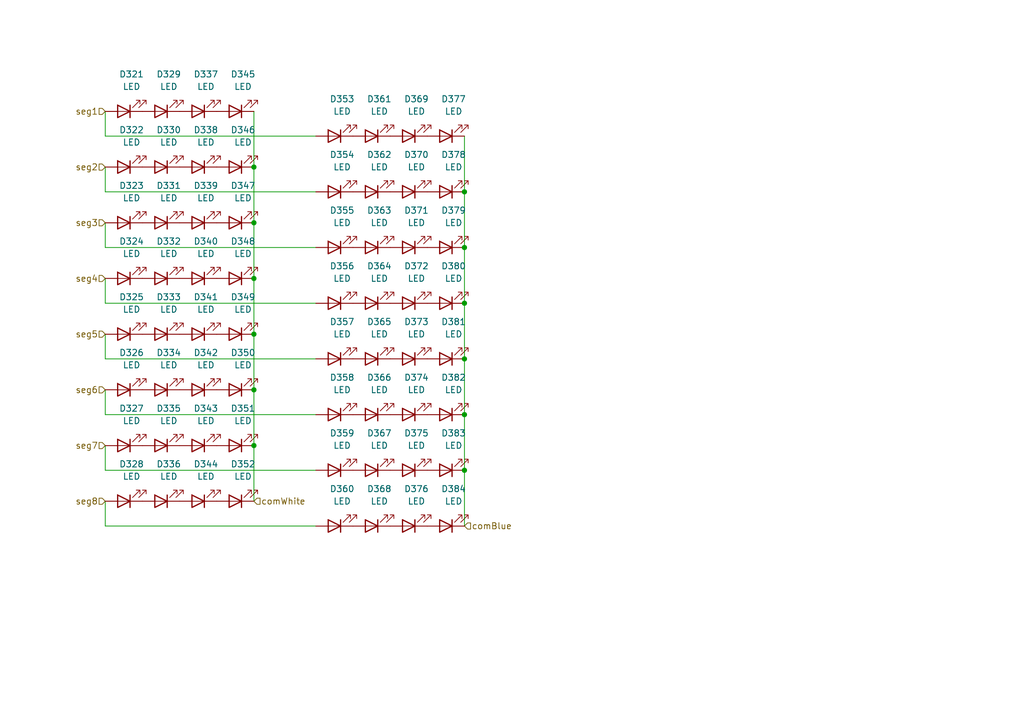
<source format=kicad_sch>
(kicad_sch (version 20250114) (generator "eeschema") (generator_version "9.0")
  (paper "A5")
  (lib_symbols
    (symbol "Device:LED" (pin_numbers (hide yes)) (pin_names (offset 1.016) (hide yes))
      (property "Reference" "D" (at 0 2.54 0))
      (property "Value" "LED" (at 0 -2.54 0))
      (symbol "LED_0_1"
        (polyline (pts (xy -3.048 -0.762) (xy -4.572 -2.286) (xy -3.81 -2.286) (xy -4.572 -2.286) (xy -4.572 -1.524)))
        (polyline (pts (xy -1.778 -0.762) (xy -3.302 -2.286) (xy -2.54 -2.286) (xy -3.302 -2.286) (xy -3.302 -1.524)))
        (polyline (pts (xy -1.27 0) (xy 1.27 0)))
        (polyline (pts (xy -1.27 -1.27) (xy -1.27 1.27)) (stroke (width 0.254)))
        (polyline (pts (xy 1.27 -1.27) (xy 1.27 1.27) (xy -1.27 0) (xy 1.27 -1.27)) (stroke (width 0.254)))
      )
      (symbol "LED_1_1"
        (pin passive line (at -3.81 0 0) (length 2.54) (name "K") (number "1"))
        (pin passive line (at 3.81 0 180) (length 2.54) (name "A") (number "2"))
      )
    )
  )
  (junction (at 95.25 62.23))
  (junction (at 95.25 50.8))
  (junction (at 95.25 73.66))
  (junction (at 52.07 68.58))
  (junction (at 52.07 91.44))
  (junction (at 52.07 34.29))
  (junction (at 52.07 80.01))
  (junction (at 95.25 96.52))
  (junction (at 95.25 39.37))
  (junction (at 52.07 45.72))
  (junction (at 95.25 85.09))
  (junction (at 52.07 57.15))
  (wire (pts (xy 21.59 57.15) (xy 21.59 62.23)))
  (wire (pts (xy 95.25 39.37) (xy 95.25 50.8)))
  (wire (pts (xy 52.07 45.72) (xy 52.07 57.15)))
  (wire (pts (xy 52.07 57.15) (xy 52.07 68.58)))
  (wire (pts (xy 95.25 85.09) (xy 95.25 96.52)))
  (wire (pts (xy 21.59 34.29) (xy 21.59 39.37)))
  (wire (pts (xy 21.59 68.58) (xy 21.59 73.66)))
  (wire (pts (xy 21.59 22.86) (xy 21.59 27.94)))
  (wire (pts (xy 64.77 107.95) (xy 21.59 107.95)))
  (wire (pts (xy 64.77 50.8) (xy 21.59 50.8)))
  (wire (pts (xy 52.07 102.87) (xy 52.07 91.44)))
  (wire (pts (xy 95.25 96.52) (xy 95.25 107.95)))
  (wire (pts (xy 21.59 91.44) (xy 21.59 96.52)))
  (wire (pts (xy 64.77 85.09) (xy 21.59 85.09)))
  (wire (pts (xy 52.07 34.29) (xy 52.07 45.72)))
  (wire (pts (xy 52.07 80.01) (xy 52.07 91.44)))
  (wire (pts (xy 52.07 22.86) (xy 52.07 34.29)))
  (wire (pts (xy 95.25 27.94) (xy 95.25 39.37)))
  (wire (pts (xy 21.59 102.87) (xy 21.59 107.95)))
  (wire (pts (xy 21.59 80.01) (xy 21.59 85.09)))
  (wire (pts (xy 64.77 62.23) (xy 21.59 62.23)))
  (wire (pts (xy 64.77 39.37) (xy 21.59 39.37)))
  (wire (pts (xy 95.25 73.66) (xy 95.25 85.09)))
  (wire (pts (xy 64.77 96.52) (xy 21.59 96.52)))
  (wire (pts (xy 95.25 62.23) (xy 95.25 73.66)))
  (wire (pts (xy 52.07 68.58) (xy 52.07 80.01)))
  (wire (pts (xy 64.77 27.94) (xy 21.59 27.94)))
  (wire (pts (xy 21.59 45.72) (xy 21.59 50.8)))
  (wire (pts (xy 64.77 73.66) (xy 21.59 73.66)))
  (wire (pts (xy 95.25 50.8) (xy 95.25 62.23)))
  (hierarchical_label "seg2" (shape input) (at 21.59 34.29 180))
  (hierarchical_label "seg7" (shape input) (at 21.59 91.44 180))
  (hierarchical_label "seg6" (shape input) (at 21.59 80.01 180))
  (hierarchical_label "seg4" (shape input) (at 21.59 57.15 180))
  (hierarchical_label "seg1" (shape input) (at 21.59 22.86 180))
  (hierarchical_label "comBlue" (shape input) (at 95.25 107.95 0))
  (hierarchical_label "seg8" (shape input) (at 21.59 102.87 180))
  (hierarchical_label "seg5" (shape input) (at 21.59 68.58 180))
  (hierarchical_label "seg3" (shape input) (at 21.59 45.72 180))
  (hierarchical_label "comWhite" (shape input) (at 52.07 102.87 0))
  (symbol (lib_id "Device:LED") (at 25.4 34.29 180) (unit 1)
    (property "Reference" "D9" (at 26.9875 26.67 0))
    (property "Value" "LED" (at 26.9875 29.21 0))
    (property "Footprint" "LED_SMD:LED_PLCC_2835" (effects (hide yes)))
    (property "Description" "Light emitting diode" (effects (hide yes)))
    (property "Sim.Pins" "1=K 2=A" (effects (hide yes)))
    (property "JLCPCB Part #" "C5210950" (effects (hide yes)))
    (instances (project "DigitalWiFiClock" (path "" (reference "D322") (unit 1)) (path "" (reference "D9") (unit 1)) (path "" (reference "D130") (unit 1)) (path "" (reference "D194") (unit 1)) (path "" (reference "D258") (unit 1)) (path "" (reference "D2") (unit 1))))
  )
  (symbol (lib_id "Device:LED") (at 76.2 96.52 180) (unit 1)
    (property "Reference" "D63" (at 77.7875 88.9 0))
    (property "Value" "LED" (at 77.7875 91.44 0))
    (property "Footprint" "LED_SMD:LED_PLCC_2835" (effects (hide yes)))
    (property "Description" "Light emitting diode" (effects (hide yes)))
    (property "Sim.Pins" "1=K 2=A" (effects (hide yes)))
    (property "JLCPCB Part #" "C2827314" (effects (hide yes)))
    (instances (project "DigitalWiFiClock" (path "" (reference "D367") (unit 1)) (path "" (reference "D63") (unit 1)) (path "" (reference "D175") (unit 1)) (path "" (reference "D239") (unit 1)) (path "" (reference "D303") (unit 1)) (path "" (reference "D111") (unit 1))))
  )
  (symbol (lib_id "Device:LED") (at 91.44 73.66 180) (unit 1)
    (property "Reference" "D59" (at 93.0275 66.04 0))
    (property "Value" "LED" (at 93.0275 68.58 0))
    (property "Footprint" "LED_SMD:LED_PLCC_2835" (effects (hide yes)))
    (property "Description" "Light emitting diode" (effects (hide yes)))
    (property "Sim.Pins" "1=K 2=A" (effects (hide yes)))
    (property "JLCPCB Part #" "C2827314" (effects (hide yes)))
    (instances (project "DigitalWiFiClock" (path "" (reference "D381") (unit 1)) (path "" (reference "D59") (unit 1)) (path "" (reference "D189") (unit 1)) (path "" (reference "D253") (unit 1)) (path "" (reference "D317") (unit 1)) (path "" (reference "D125") (unit 1))))
  )
  (symbol (lib_id "Device:LED") (at 68.58 107.95 180) (unit 1)
    (property "Reference" "D62" (at 70.1675 100.33 0))
    (property "Value" "LED" (at 70.1675 102.87 0))
    (property "Footprint" "LED_SMD:LED_PLCC_2835" (effects (hide yes)))
    (property "Description" "Light emitting diode" (effects (hide yes)))
    (property "Sim.Pins" "1=K 2=A" (effects (hide yes)))
    (property "JLCPCB Part #" "C2827314" (effects (hide yes)))
    (instances (project "DigitalWiFiClock" (path "" (reference "D360") (unit 1)) (path "" (reference "D62") (unit 1)) (path "" (reference "D168") (unit 1)) (path "" (reference "D232") (unit 1)) (path "" (reference "D296") (unit 1)) (path "" (reference "D104") (unit 1))))
  )
  (symbol (lib_id "Device:LED") (at 91.44 39.37 180) (unit 1)
    (property "Reference" "D44" (at 93.0275 31.75 0))
    (property "Value" "LED" (at 93.0275 34.29 0))
    (property "Footprint" "LED_SMD:LED_PLCC_2835" (effects (hide yes)))
    (property "Description" "Light emitting diode" (effects (hide yes)))
    (property "Sim.Pins" "1=K 2=A" (effects (hide yes)))
    (property "JLCPCB Part #" "C2827314" (effects (hide yes)))
    (instances (project "DigitalWiFiClock" (path "" (reference "D378") (unit 1)) (path "" (reference "D44") (unit 1)) (path "" (reference "D186") (unit 1)) (path "" (reference "D250") (unit 1)) (path "" (reference "D314") (unit 1)) (path "" (reference "D122") (unit 1))))
  )
  (symbol (lib_id "Device:LED") (at 40.64 57.15 180) (unit 1)
    (property "Reference" "D23" (at 42.2275 49.53 0))
    (property "Value" "LED" (at 42.2275 52.07 0))
    (property "Footprint" "LED_SMD:LED_PLCC_2835" (effects (hide yes)))
    (property "Description" "Light emitting diode" (effects (hide yes)))
    (property "Sim.Pins" "1=K 2=A" (effects (hide yes)))
    (property "JLCPCB Part #" "C5210950" (effects (hide yes)))
    (instances (project "DigitalWiFiClock" (path "" (reference "D340") (unit 1)) (path "" (reference "D23") (unit 1)) (path "" (reference "D148") (unit 1)) (path "" (reference "D212") (unit 1)) (path "" (reference "D276") (unit 1)) (path "" (reference "D84") (unit 1))))
  )
  (symbol (lib_id "Device:LED") (at 40.64 102.87 180) (unit 1)
    (property "Reference" "D34" (at 42.2275 95.25 0))
    (property "Value" "LED" (at 42.2275 97.79 0))
    (property "Footprint" "LED_SMD:LED_PLCC_2835" (effects (hide yes)))
    (property "Description" "Light emitting diode" (effects (hide yes)))
    (property "Sim.Pins" "1=K 2=A" (effects (hide yes)))
    (property "JLCPCB Part #" "C5210950" (effects (hide yes)))
    (instances (project "DigitalWiFiClock" (path "" (reference "D344") (unit 1)) (path "" (reference "D34") (unit 1)) (path "" (reference "D152") (unit 1)) (path "" (reference "D216") (unit 1)) (path "" (reference "D280") (unit 1)) (path "" (reference "D88") (unit 1))))
  )
  (symbol (lib_id "Device:LED") (at 76.2 107.95 180) (unit 1)
    (property "Reference" "D64" (at 77.7875 100.33 0))
    (property "Value" "LED" (at 77.7875 102.87 0))
    (property "Footprint" "LED_SMD:LED_PLCC_2835" (effects (hide yes)))
    (property "Description" "Light emitting diode" (effects (hide yes)))
    (property "Sim.Pins" "1=K 2=A" (effects (hide yes)))
    (property "JLCPCB Part #" "C2827314" (effects (hide yes)))
    (instances (project "DigitalWiFiClock" (path "" (reference "D368") (unit 1)) (path "" (reference "D64") (unit 1)) (path "" (reference "D176") (unit 1)) (path "" (reference "D240") (unit 1)) (path "" (reference "D304") (unit 1)) (path "" (reference "D112") (unit 1))))
  )
  (symbol (lib_id "Device:LED") (at 91.44 96.52 180) (unit 1)
    (property "Reference" "D67" (at 93.0275 88.9 0))
    (property "Value" "LED" (at 93.0275 91.44 0))
    (property "Footprint" "LED_SMD:LED_PLCC_2835" (effects (hide yes)))
    (property "Description" "Light emitting diode" (effects (hide yes)))
    (property "Sim.Pins" "1=K 2=A" (effects (hide yes)))
    (property "JLCPCB Part #" "C2827314" (effects (hide yes)))
    (instances (project "DigitalWiFiClock" (path "" (reference "D383") (unit 1)) (path "" (reference "D67") (unit 1)) (path "" (reference "D191") (unit 1)) (path "" (reference "D255") (unit 1)) (path "" (reference "D319") (unit 1)) (path "" (reference "D127") (unit 1))))
  )
  (symbol (lib_id "Device:LED") (at 83.82 73.66 180) (unit 1)
    (property "Reference" "D56" (at 85.4075 66.04 0))
    (property "Value" "LED" (at 85.4075 68.58 0))
    (property "Footprint" "LED_SMD:LED_PLCC_2835" (effects (hide yes)))
    (property "Description" "Light emitting diode" (effects (hide yes)))
    (property "Sim.Pins" "1=K 2=A" (effects (hide yes)))
    (property "JLCPCB Part #" "C2827314" (effects (hide yes)))
    (instances (project "DigitalWiFiClock" (path "" (reference "D373") (unit 1)) (path "" (reference "D56") (unit 1)) (path "" (reference "D181") (unit 1)) (path "" (reference "D245") (unit 1)) (path "" (reference "D309") (unit 1)) (path "" (reference "D117") (unit 1))))
  )
  (symbol (lib_id "Device:LED") (at 83.82 39.37 180) (unit 1)
    (property "Reference" "D43" (at 85.4075 31.75 0))
    (property "Value" "LED" (at 85.4075 34.29 0))
    (property "Footprint" "LED_SMD:LED_PLCC_2835" (effects (hide yes)))
    (property "Description" "Light emitting diode" (effects (hide yes)))
    (property "Sim.Pins" "1=K 2=A" (effects (hide yes)))
    (property "JLCPCB Part #" "C2827314" (effects (hide yes)))
    (instances (project "DigitalWiFiClock" (path "" (reference "D370") (unit 1)) (path "" (reference "D43") (unit 1)) (path "" (reference "D178") (unit 1)) (path "" (reference "D242") (unit 1)) (path "" (reference "D306") (unit 1)) (path "" (reference "D114") (unit 1))))
  )
  (symbol (lib_id "Device:LED") (at 83.82 50.8 180) (unit 1)
    (property "Reference" "D47" (at 85.4075 43.18 0))
    (property "Value" "LED" (at 85.4075 45.72 0))
    (property "Footprint" "LED_SMD:LED_PLCC_2835" (effects (hide yes)))
    (property "Description" "Light emitting diode" (effects (hide yes)))
    (property "Sim.Pins" "1=K 2=A" (effects (hide yes)))
    (property "JLCPCB Part #" "C2827314" (effects (hide yes)))
    (instances (project "DigitalWiFiClock" (path "" (reference "D371") (unit 1)) (path "" (reference "D47") (unit 1)) (path "" (reference "D179") (unit 1)) (path "" (reference "D243") (unit 1)) (path "" (reference "D307") (unit 1)) (path "" (reference "D115") (unit 1))))
  )
  (symbol (lib_id "Device:LED") (at 33.02 34.29 180) (unit 1)
    (property "Reference" "D10" (at 34.6075 26.67 0))
    (property "Value" "LED" (at 34.6075 29.21 0))
    (property "Footprint" "LED_SMD:LED_PLCC_2835" (effects (hide yes)))
    (property "Description" "Light emitting diode" (effects (hide yes)))
    (property "Sim.Pins" "1=K 2=A" (effects (hide yes)))
    (property "JLCPCB Part #" "C5210950" (effects (hide yes)))
    (instances (project "DigitalWiFiClock" (path "" (reference "D330") (unit 1)) (path "" (reference "D10") (unit 1)) (path "" (reference "D138") (unit 1)) (path "" (reference "D202") (unit 1)) (path "" (reference "D266") (unit 1)) (path "" (reference "D74") (unit 1))))
  )
  (symbol (lib_id "Device:LED") (at 25.4 57.15 180) (unit 1)
    (property "Reference" "D17" (at 26.9875 49.53 0))
    (property "Value" "LED" (at 26.9875 52.07 0))
    (property "Footprint" "LED_SMD:LED_PLCC_2835" (effects (hide yes)))
    (property "Description" "Light emitting diode" (effects (hide yes)))
    (property "Sim.Pins" "1=K 2=A" (effects (hide yes)))
    (property "JLCPCB Part #" "C5210950" (effects (hide yes)))
    (instances (project "DigitalWiFiClock" (path "" (reference "D324") (unit 1)) (path "" (reference "D17") (unit 1)) (path "" (reference "D132") (unit 1)) (path "" (reference "D196") (unit 1)) (path "" (reference "D260") (unit 1)) (path "" (reference "D4") (unit 1))))
  )
  (symbol (lib_id "Device:LED") (at 40.64 68.58 180) (unit 1)
    (property "Reference" "D24" (at 42.2275 60.96 0))
    (property "Value" "LED" (at 42.2275 63.5 0))
    (property "Footprint" "LED_SMD:LED_PLCC_2835" (effects (hide yes)))
    (property "Description" "Light emitting diode" (effects (hide yes)))
    (property "Sim.Pins" "1=K 2=A" (effects (hide yes)))
    (property "JLCPCB Part #" "C5210950" (effects (hide yes)))
    (instances (project "DigitalWiFiClock" (path "" (reference "D341") (unit 1)) (path "" (reference "D24") (unit 1)) (path "" (reference "D149") (unit 1)) (path "" (reference "D213") (unit 1)) (path "" (reference "D277") (unit 1)) (path "" (reference "D85") (unit 1))))
  )
  (symbol (lib_id "Device:LED") (at 76.2 39.37 180) (unit 1)
    (property "Reference" "D42" (at 77.7875 31.75 0))
    (property "Value" "LED" (at 77.7875 34.29 0))
    (property "Footprint" "LED_SMD:LED_PLCC_2835" (effects (hide yes)))
    (property "Description" "Light emitting diode" (effects (hide yes)))
    (property "Sim.Pins" "1=K 2=A" (effects (hide yes)))
    (property "JLCPCB Part #" "C2827314" (effects (hide yes)))
    (instances (project "DigitalWiFiClock" (path "" (reference "D362") (unit 1)) (path "" (reference "D42") (unit 1)) (path "" (reference "D170") (unit 1)) (path "" (reference "D234") (unit 1)) (path "" (reference "D298") (unit 1)) (path "" (reference "D106") (unit 1))))
  )
  (symbol (lib_id "Device:LED") (at 33.02 80.01 180) (unit 1)
    (property "Reference" "D22" (at 34.6075 72.39 0))
    (property "Value" "LED" (at 34.6075 74.93 0))
    (property "Footprint" "LED_SMD:LED_PLCC_2835" (effects (hide yes)))
    (property "Description" "Light emitting diode" (effects (hide yes)))
    (property "Sim.Pins" "1=K 2=A" (effects (hide yes)))
    (property "JLCPCB Part #" "C5210950" (effects (hide yes)))
    (instances (project "DigitalWiFiClock" (path "" (reference "D334") (unit 1)) (path "" (reference "D22") (unit 1)) (path "" (reference "D142") (unit 1)) (path "" (reference "D206") (unit 1)) (path "" (reference "D270") (unit 1)) (path "" (reference "D78") (unit 1))))
  )
  (symbol (lib_id "Device:LED") (at 25.4 22.86 180) (unit 1)
    (property "Reference" "D5" (at 26.9875 15.24 0))
    (property "Value" "LED" (at 26.9875 17.78 0))
    (property "Footprint" "LED_SMD:LED_PLCC_2835" (effects (hide yes)))
    (property "Description" "Light emitting diode" (effects (hide yes)))
    (property "Sim.Pins" "1=K 2=A" (effects (hide yes)))
    (property "JLCPCB Part #" "C5210950" (effects (hide yes)))
    (instances (project "DigitalWiFiClock" (path "" (reference "D321") (unit 1)) (path "" (reference "D5") (unit 1)) (path "" (reference "D129") (unit 1)) (path "" (reference "D193") (unit 1)) (path "" (reference "D257") (unit 1)) (path "" (reference "D1") (unit 1))))
  )
  (symbol (lib_id "Device:LED") (at 33.02 91.44 180) (unit 1)
    (property "Reference" "D31" (at 34.6075 83.82 0))
    (property "Value" "LED" (at 34.6075 86.36 0))
    (property "Footprint" "LED_SMD:LED_PLCC_2835" (effects (hide yes)))
    (property "Description" "Light emitting diode" (effects (hide yes)))
    (property "Sim.Pins" "1=K 2=A" (effects (hide yes)))
    (property "JLCPCB Part #" "C5210950" (effects (hide yes)))
    (instances (project "DigitalWiFiClock" (path "" (reference "D335") (unit 1)) (path "" (reference "D31") (unit 1)) (path "" (reference "D143") (unit 1)) (path "" (reference "D207") (unit 1)) (path "" (reference "D271") (unit 1)) (path "" (reference "D79") (unit 1))))
  )
  (symbol (lib_id "Device:LED") (at 68.58 96.52 180) (unit 1)
    (property "Reference" "D61" (at 70.1675 88.9 0))
    (property "Value" "LED" (at 70.1675 91.44 0))
    (property "Footprint" "LED_SMD:LED_PLCC_2835" (effects (hide yes)))
    (property "Description" "Light emitting diode" (effects (hide yes)))
    (property "Sim.Pins" "1=K 2=A" (effects (hide yes)))
    (property "JLCPCB Part #" "C2827314" (effects (hide yes)))
    (instances (project "DigitalWiFiClock" (path "" (reference "D359") (unit 1)) (path "" (reference "D61") (unit 1)) (path "" (reference "D167") (unit 1)) (path "" (reference "D231") (unit 1)) (path "" (reference "D295") (unit 1)) (path "" (reference "D103") (unit 1))))
  )
  (symbol (lib_id "Device:LED") (at 40.64 34.29 180) (unit 1)
    (property "Reference" "D11" (at 42.2275 26.67 0))
    (property "Value" "LED" (at 42.2275 29.21 0))
    (property "Footprint" "LED_SMD:LED_PLCC_2835" (effects (hide yes)))
    (property "Description" "Light emitting diode" (effects (hide yes)))
    (property "Sim.Pins" "1=K 2=A" (effects (hide yes)))
    (property "JLCPCB Part #" "C5210950" (effects (hide yes)))
    (instances (project "DigitalWiFiClock" (path "" (reference "D338") (unit 1)) (path "" (reference "D11") (unit 1)) (path "" (reference "D146") (unit 1)) (path "" (reference "D210") (unit 1)) (path "" (reference "D274") (unit 1)) (path "" (reference "D82") (unit 1))))
  )
  (symbol (lib_id "Device:LED") (at 40.64 22.86 180) (unit 1)
    (property "Reference" "D7" (at 42.2275 15.24 0))
    (property "Value" "LED" (at 42.2275 17.78 0))
    (property "Footprint" "LED_SMD:LED_PLCC_2835" (effects (hide yes)))
    (property "Description" "Light emitting diode" (effects (hide yes)))
    (property "Sim.Pins" "1=K 2=A" (effects (hide yes)))
    (property "JLCPCB Part #" "C5210950" (effects (hide yes)))
    (instances (project "DigitalWiFiClock" (path "" (reference "D337") (unit 1)) (path "" (reference "D7") (unit 1)) (path "" (reference "D145") (unit 1)) (path "" (reference "D209") (unit 1)) (path "" (reference "D273") (unit 1)) (path "" (reference "D81") (unit 1))))
  )
  (symbol (lib_id "Device:LED") (at 83.82 96.52 180) (unit 1)
    (property "Reference" "D65" (at 85.4075 88.9 0))
    (property "Value" "LED" (at 85.4075 91.44 0))
    (property "Footprint" "LED_SMD:LED_PLCC_2835" (effects (hide yes)))
    (property "Description" "Light emitting diode" (effects (hide yes)))
    (property "Sim.Pins" "1=K 2=A" (effects (hide yes)))
    (property "JLCPCB Part #" "C2827314" (effects (hide yes)))
    (instances (project "DigitalWiFiClock" (path "" (reference "D375") (unit 1)) (path "" (reference "D65") (unit 1)) (path "" (reference "D183") (unit 1)) (path "" (reference "D247") (unit 1)) (path "" (reference "D311") (unit 1)) (path "" (reference "D119") (unit 1))))
  )
  (symbol (lib_id "Device:LED") (at 91.44 85.09 180) (unit 1)
    (property "Reference" "D60" (at 93.0275 77.47 0))
    (property "Value" "LED" (at 93.0275 80.01 0))
    (property "Footprint" "LED_SMD:LED_PLCC_2835" (effects (hide yes)))
    (property "Description" "Light emitting diode" (effects (hide yes)))
    (property "Sim.Pins" "1=K 2=A" (effects (hide yes)))
    (property "JLCPCB Part #" "C2827314" (effects (hide yes)))
    (instances (project "DigitalWiFiClock" (path "" (reference "D382") (unit 1)) (path "" (reference "D60") (unit 1)) (path "" (reference "D190") (unit 1)) (path "" (reference "D254") (unit 1)) (path "" (reference "D318") (unit 1)) (path "" (reference "D126") (unit 1))))
  )
  (symbol (lib_id "Device:LED") (at 91.44 107.95 180) (unit 1)
    (property "Reference" "D68" (at 93.0275 100.33 0))
    (property "Value" "LED" (at 93.0275 102.87 0))
    (property "Footprint" "LED_SMD:LED_PLCC_2835" (effects (hide yes)))
    (property "Description" "Light emitting diode" (effects (hide yes)))
    (property "Sim.Pins" "1=K 2=A" (effects (hide yes)))
    (property "JLCPCB Part #" "C2827314" (effects (hide yes)))
    (instances (project "DigitalWiFiClock" (path "" (reference "D384") (unit 1)) (path "" (reference "D68") (unit 1)) (path "" (reference "D192") (unit 1)) (path "" (reference "D256") (unit 1)) (path "" (reference "D320") (unit 1)) (path "" (reference "D128") (unit 1))))
  )
  (symbol (lib_id "Device:LED") (at 83.82 85.09 180) (unit 1)
    (property "Reference" "D57" (at 85.4075 77.47 0))
    (property "Value" "LED" (at 85.4075 80.01 0))
    (property "Footprint" "LED_SMD:LED_PLCC_2835" (effects (hide yes)))
    (property "Description" "Light emitting diode" (effects (hide yes)))
    (property "Sim.Pins" "1=K 2=A" (effects (hide yes)))
    (property "JLCPCB Part #" "C2827314" (effects (hide yes)))
    (instances (project "DigitalWiFiClock" (path "" (reference "D374") (unit 1)) (path "" (reference "D57") (unit 1)) (path "" (reference "D182") (unit 1)) (path "" (reference "D246") (unit 1)) (path "" (reference "D310") (unit 1)) (path "" (reference "D118") (unit 1))))
  )
  (symbol (lib_id "Device:LED") (at 40.64 91.44 180) (unit 1)
    (property "Reference" "D33" (at 42.2275 83.82 0))
    (property "Value" "LED" (at 42.2275 86.36 0))
    (property "Footprint" "LED_SMD:LED_PLCC_2835" (effects (hide yes)))
    (property "Description" "Light emitting diode" (effects (hide yes)))
    (property "Sim.Pins" "1=K 2=A" (effects (hide yes)))
    (property "JLCPCB Part #" "C5210950" (effects (hide yes)))
    (instances (project "DigitalWiFiClock" (path "" (reference "D343") (unit 1)) (path "" (reference "D33") (unit 1)) (path "" (reference "D151") (unit 1)) (path "" (reference "D215") (unit 1)) (path "" (reference "D279") (unit 1)) (path "" (reference "D87") (unit 1))))
  )
  (symbol (lib_id "Device:LED") (at 33.02 102.87 180) (unit 1)
    (property "Reference" "D32" (at 34.6075 95.25 0))
    (property "Value" "LED" (at 34.6075 97.79 0))
    (property "Footprint" "LED_SMD:LED_PLCC_2835" (effects (hide yes)))
    (property "Description" "Light emitting diode" (effects (hide yes)))
    (property "Sim.Pins" "1=K 2=A" (effects (hide yes)))
    (property "JLCPCB Part #" "C5210950" (effects (hide yes)))
    (instances (project "DigitalWiFiClock" (path "" (reference "D336") (unit 1)) (path "" (reference "D32") (unit 1)) (path "" (reference "D144") (unit 1)) (path "" (reference "D208") (unit 1)) (path "" (reference "D272") (unit 1)) (path "" (reference "D80") (unit 1))))
  )
  (symbol (lib_id "Device:LED") (at 48.26 102.87 180) (unit 1)
    (property "Reference" "D36" (at 49.8475 95.25 0))
    (property "Value" "LED" (at 49.8475 97.79 0))
    (property "Footprint" "LED_SMD:LED_PLCC_2835" (effects (hide yes)))
    (property "Description" "Light emitting diode" (effects (hide yes)))
    (property "Sim.Pins" "1=K 2=A" (effects (hide yes)))
    (property "JLCPCB Part #" "C5210950" (effects (hide yes)))
    (instances (project "DigitalWiFiClock" (path "" (reference "D352") (unit 1)) (path "" (reference "D36") (unit 1)) (path "" (reference "D160") (unit 1)) (path "" (reference "D224") (unit 1)) (path "" (reference "D288") (unit 1)) (path "" (reference "D96") (unit 1))))
  )
  (symbol (lib_id "Device:LED") (at 25.4 45.72 180) (unit 1)
    (property "Reference" "D13" (at 26.9875 38.1 0))
    (property "Value" "LED" (at 26.9875 40.64 0))
    (property "Footprint" "LED_SMD:LED_PLCC_2835" (effects (hide yes)))
    (property "Description" "Light emitting diode" (effects (hide yes)))
    (property "Sim.Pins" "1=K 2=A" (effects (hide yes)))
    (property "JLCPCB Part #" "C5210950" (effects (hide yes)))
    (instances (project "DigitalWiFiClock" (path "" (reference "D323") (unit 1)) (path "" (reference "D13") (unit 1)) (path "" (reference "D131") (unit 1)) (path "" (reference "D195") (unit 1)) (path "" (reference "D259") (unit 1)) (path "" (reference "D3") (unit 1))))
  )
  (symbol (lib_id "Device:LED") (at 68.58 50.8 180) (unit 1)
    (property "Reference" "D45" (at 70.1675 43.18 0))
    (property "Value" "LED" (at 70.1675 45.72 0))
    (property "Footprint" "LED_SMD:LED_PLCC_2835" (effects (hide yes)))
    (property "Description" "Light emitting diode" (effects (hide yes)))
    (property "Sim.Pins" "1=K 2=A" (effects (hide yes)))
    (property "JLCPCB Part #" "C2827314" (effects (hide yes)))
    (instances (project "DigitalWiFiClock" (path "" (reference "D355") (unit 1)) (path "" (reference "D45") (unit 1)) (path "" (reference "D163") (unit 1)) (path "" (reference "D227") (unit 1)) (path "" (reference "D291") (unit 1)) (path "" (reference "D99") (unit 1))))
  )
  (symbol (lib_id "Device:LED") (at 48.26 57.15 180) (unit 1)
    (property "Reference" "D26" (at 49.8475 49.53 0))
    (property "Value" "LED" (at 49.8475 52.07 0))
    (property "Footprint" "LED_SMD:LED_PLCC_2835" (effects (hide yes)))
    (property "Description" "Light emitting diode" (effects (hide yes)))
    (property "Sim.Pins" "1=K 2=A" (effects (hide yes)))
    (property "JLCPCB Part #" "C5210950" (effects (hide yes)))
    (instances (project "DigitalWiFiClock" (path "" (reference "D348") (unit 1)) (path "" (reference "D26") (unit 1)) (path "" (reference "D156") (unit 1)) (path "" (reference "D220") (unit 1)) (path "" (reference "D284") (unit 1)) (path "" (reference "D92") (unit 1))))
  )
  (symbol (lib_id "Device:LED") (at 76.2 50.8 180) (unit 1)
    (property "Reference" "D46" (at 77.7875 43.18 0))
    (property "Value" "LED" (at 77.7875 45.72 0))
    (property "Footprint" "LED_SMD:LED_PLCC_2835" (effects (hide yes)))
    (property "Description" "Light emitting diode" (effects (hide yes)))
    (property "Sim.Pins" "1=K 2=A" (effects (hide yes)))
    (property "JLCPCB Part #" "C2827314" (effects (hide yes)))
    (instances (project "DigitalWiFiClock" (path "" (reference "D363") (unit 1)) (path "" (reference "D46") (unit 1)) (path "" (reference "D171") (unit 1)) (path "" (reference "D235") (unit 1)) (path "" (reference "D299") (unit 1)) (path "" (reference "D107") (unit 1))))
  )
  (symbol (lib_id "Device:LED") (at 83.82 107.95 180) (unit 1)
    (property "Reference" "D66" (at 85.4075 100.33 0))
    (property "Value" "LED" (at 85.4075 102.87 0))
    (property "Footprint" "LED_SMD:LED_PLCC_2835" (effects (hide yes)))
    (property "Description" "Light emitting diode" (effects (hide yes)))
    (property "Sim.Pins" "1=K 2=A" (effects (hide yes)))
    (property "JLCPCB Part #" "C2827314" (effects (hide yes)))
    (instances (project "DigitalWiFiClock" (path "" (reference "D376") (unit 1)) (path "" (reference "D66") (unit 1)) (path "" (reference "D184") (unit 1)) (path "" (reference "D248") (unit 1)) (path "" (reference "D312") (unit 1)) (path "" (reference "D120") (unit 1))))
  )
  (symbol (lib_id "Device:LED") (at 33.02 68.58 180) (unit 1)
    (property "Reference" "D21" (at 34.6075 60.96 0))
    (property "Value" "LED" (at 34.6075 63.5 0))
    (property "Footprint" "LED_SMD:LED_PLCC_2835" (effects (hide yes)))
    (property "Description" "Light emitting diode" (effects (hide yes)))
    (property "Sim.Pins" "1=K 2=A" (effects (hide yes)))
    (property "JLCPCB Part #" "C5210950" (effects (hide yes)))
    (instances (project "DigitalWiFiClock" (path "" (reference "D333") (unit 1)) (path "" (reference "D21") (unit 1)) (path "" (reference "D141") (unit 1)) (path "" (reference "D205") (unit 1)) (path "" (reference "D269") (unit 1)) (path "" (reference "D77") (unit 1))))
  )
  (symbol (lib_id "Device:LED") (at 33.02 57.15 180) (unit 1)
    (property "Reference" "D20" (at 34.6075 49.53 0))
    (property "Value" "LED" (at 34.6075 52.07 0))
    (property "Footprint" "LED_SMD:LED_PLCC_2835" (effects (hide yes)))
    (property "Description" "Light emitting diode" (effects (hide yes)))
    (property "Sim.Pins" "1=K 2=A" (effects (hide yes)))
    (property "JLCPCB Part #" "C5210950" (effects (hide yes)))
    (instances (project "DigitalWiFiClock" (path "" (reference "D332") (unit 1)) (path "" (reference "D20") (unit 1)) (path "" (reference "D140") (unit 1)) (path "" (reference "D204") (unit 1)) (path "" (reference "D268") (unit 1)) (path "" (reference "D76") (unit 1))))
  )
  (symbol (lib_id "Device:LED") (at 25.4 91.44 180) (unit 1)
    (property "Reference" "D29" (at 26.9875 83.82 0))
    (property "Value" "LED" (at 26.9875 86.36 0))
    (property "Footprint" "LED_SMD:LED_PLCC_2835" (effects (hide yes)))
    (property "Description" "Light emitting diode" (effects (hide yes)))
    (property "Sim.Pins" "1=K 2=A" (effects (hide yes)))
    (property "JLCPCB Part #" "C5210950" (effects (hide yes)))
    (instances (project "DigitalWiFiClock" (path "" (reference "D327") (unit 1)) (path "" (reference "D29") (unit 1)) (path "" (reference "D135") (unit 1)) (path "" (reference "D199") (unit 1)) (path "" (reference "D263") (unit 1)) (path "" (reference "D71") (unit 1))))
  )
  (symbol (lib_id "Device:LED") (at 83.82 27.94 180) (unit 1)
    (property "Reference" "D39" (at 85.4075 20.32 0))
    (property "Value" "LED" (at 85.4075 22.86 0))
    (property "Footprint" "LED_SMD:LED_PLCC_2835" (effects (hide yes)))
    (property "Description" "Light emitting diode" (effects (hide yes)))
    (property "Sim.Pins" "1=K 2=A" (effects (hide yes)))
    (property "JLCPCB Part #" "C2827314" (effects (hide yes)))
    (instances (project "DigitalWiFiClock" (path "" (reference "D369") (unit 1)) (path "" (reference "D39") (unit 1)) (path "" (reference "D177") (unit 1)) (path "" (reference "D241") (unit 1)) (path "" (reference "D305") (unit 1)) (path "" (reference "D113") (unit 1))))
  )
  (symbol (lib_id "Device:LED") (at 40.64 45.72 180) (unit 1)
    (property "Reference" "D15" (at 42.2275 38.1 0))
    (property "Value" "LED" (at 42.2275 40.64 0))
    (property "Footprint" "LED_SMD:LED_PLCC_2835" (effects (hide yes)))
    (property "Description" "Light emitting diode" (effects (hide yes)))
    (property "Sim.Pins" "1=K 2=A" (effects (hide yes)))
    (property "JLCPCB Part #" "C5210950" (effects (hide yes)))
    (instances (project "DigitalWiFiClock" (path "" (reference "D339") (unit 1)) (path "" (reference "D15") (unit 1)) (path "" (reference "D147") (unit 1)) (path "" (reference "D211") (unit 1)) (path "" (reference "D275") (unit 1)) (path "" (reference "D83") (unit 1))))
  )
  (symbol (lib_id "Device:LED") (at 68.58 39.37 180) (unit 1)
    (property "Reference" "D41" (at 70.1675 31.75 0))
    (property "Value" "LED" (at 70.1675 34.29 0))
    (property "Footprint" "LED_SMD:LED_PLCC_2835" (effects (hide yes)))
    (property "Description" "Light emitting diode" (effects (hide yes)))
    (property "Sim.Pins" "1=K 2=A" (effects (hide yes)))
    (property "JLCPCB Part #" "C2827314" (effects (hide yes)))
    (instances (project "DigitalWiFiClock" (path "" (reference "D354") (unit 1)) (path "" (reference "D41") (unit 1)) (path "" (reference "D162") (unit 1)) (path "" (reference "D226") (unit 1)) (path "" (reference "D290") (unit 1)) (path "" (reference "D98") (unit 1))))
  )
  (symbol (lib_id "Device:LED") (at 25.4 68.58 180) (unit 1)
    (property "Reference" "D18" (at 26.9875 60.96 0))
    (property "Value" "LED" (at 26.9875 63.5 0))
    (property "Footprint" "LED_SMD:LED_PLCC_2835" (effects (hide yes)))
    (property "Description" "Light emitting diode" (effects (hide yes)))
    (property "Sim.Pins" "1=K 2=A" (effects (hide yes)))
    (property "JLCPCB Part #" "C5210950" (effects (hide yes)))
    (instances (project "DigitalWiFiClock" (path "" (reference "D325") (unit 1)) (path "" (reference "D18") (unit 1)) (path "" (reference "D133") (unit 1)) (path "" (reference "D197") (unit 1)) (path "" (reference "D261") (unit 1)) (path "" (reference "D69") (unit 1))))
  )
  (symbol (lib_id "Device:LED") (at 76.2 27.94 180) (unit 1)
    (property "Reference" "D38" (at 77.7875 20.32 0))
    (property "Value" "LED" (at 77.7875 22.86 0))
    (property "Footprint" "LED_SMD:LED_PLCC_2835" (effects (hide yes)))
    (property "Description" "Light emitting diode" (effects (hide yes)))
    (property "Sim.Pins" "1=K 2=A" (effects (hide yes)))
    (property "JLCPCB Part #" "C2827314" (effects (hide yes)))
    (instances (project "DigitalWiFiClock" (path "" (reference "D361") (unit 1)) (path "" (reference "D38") (unit 1)) (path "" (reference "D169") (unit 1)) (path "" (reference "D233") (unit 1)) (path "" (reference "D297") (unit 1)) (path "" (reference "D105") (unit 1))))
  )
  (symbol (lib_id "Device:LED") (at 48.26 80.01 180) (unit 1)
    (property "Reference" "D28" (at 49.8475 72.39 0))
    (property "Value" "LED" (at 49.8475 74.93 0))
    (property "Footprint" "LED_SMD:LED_PLCC_2835" (effects (hide yes)))
    (property "Description" "Light emitting diode" (effects (hide yes)))
    (property "Sim.Pins" "1=K 2=A" (effects (hide yes)))
    (property "JLCPCB Part #" "C5210950" (effects (hide yes)))
    (instances (project "DigitalWiFiClock" (path "" (reference "D350") (unit 1)) (path "" (reference "D28") (unit 1)) (path "" (reference "D158") (unit 1)) (path "" (reference "D222") (unit 1)) (path "" (reference "D286") (unit 1)) (path "" (reference "D94") (unit 1))))
  )
  (symbol (lib_id "Device:LED") (at 91.44 50.8 180) (unit 1)
    (property "Reference" "D48" (at 93.0275 43.18 0))
    (property "Value" "LED" (at 93.0275 45.72 0))
    (property "Footprint" "LED_SMD:LED_PLCC_2835" (effects (hide yes)))
    (property "Description" "Light emitting diode" (effects (hide yes)))
    (property "Sim.Pins" "1=K 2=A" (effects (hide yes)))
    (property "JLCPCB Part #" "C2827314" (effects (hide yes)))
    (instances (project "DigitalWiFiClock" (path "" (reference "D379") (unit 1)) (path "" (reference "D48") (unit 1)) (path "" (reference "D187") (unit 1)) (path "" (reference "D251") (unit 1)) (path "" (reference "D315") (unit 1)) (path "" (reference "D123") (unit 1))))
  )
  (symbol (lib_id "Device:LED") (at 48.26 68.58 180) (unit 1)
    (property "Reference" "D27" (at 49.8475 60.96 0))
    (property "Value" "LED" (at 49.8475 63.5 0))
    (property "Footprint" "LED_SMD:LED_PLCC_2835" (effects (hide yes)))
    (property "Description" "Light emitting diode" (effects (hide yes)))
    (property "Sim.Pins" "1=K 2=A" (effects (hide yes)))
    (property "JLCPCB Part #" "C5210950" (effects (hide yes)))
    (instances (project "DigitalWiFiClock" (path "" (reference "D349") (unit 1)) (path "" (reference "D27") (unit 1)) (path "" (reference "D157") (unit 1)) (path "" (reference "D221") (unit 1)) (path "" (reference "D285") (unit 1)) (path "" (reference "D93") (unit 1))))
  )
  (symbol (lib_id "Device:LED") (at 33.02 22.86 180) (unit 1)
    (property "Reference" "D6" (at 34.6075 15.24 0))
    (property "Value" "LED" (at 34.6075 17.78 0))
    (property "Footprint" "LED_SMD:LED_PLCC_2835" (effects (hide yes)))
    (property "Description" "Light emitting diode" (effects (hide yes)))
    (property "Sim.Pins" "1=K 2=A" (effects (hide yes)))
    (property "JLCPCB Part #" "C5210950" (effects (hide yes)))
    (instances (project "DigitalWiFiClock" (path "" (reference "D329") (unit 1)) (path "" (reference "D6") (unit 1)) (path "" (reference "D137") (unit 1)) (path "" (reference "D201") (unit 1)) (path "" (reference "D265") (unit 1)) (path "" (reference "D73") (unit 1))))
  )
  (symbol (lib_id "Device:LED") (at 40.64 80.01 180) (unit 1)
    (property "Reference" "D25" (at 42.2275 72.39 0))
    (property "Value" "LED" (at 42.2275 74.93 0))
    (property "Footprint" "LED_SMD:LED_PLCC_2835" (effects (hide yes)))
    (property "Description" "Light emitting diode" (effects (hide yes)))
    (property "Sim.Pins" "1=K 2=A" (effects (hide yes)))
    (property "JLCPCB Part #" "C5210950" (effects (hide yes)))
    (instances (project "DigitalWiFiClock" (path "" (reference "D342") (unit 1)) (path "" (reference "D25") (unit 1)) (path "" (reference "D150") (unit 1)) (path "" (reference "D214") (unit 1)) (path "" (reference "D278") (unit 1)) (path "" (reference "D86") (unit 1))))
  )
  (symbol (lib_id "Device:LED") (at 76.2 62.23 180) (unit 1)
    (property "Reference" "D52" (at 77.7875 54.61 0))
    (property "Value" "LED" (at 77.7875 57.15 0))
    (property "Footprint" "LED_SMD:LED_PLCC_2835" (effects (hide yes)))
    (property "Description" "Light emitting diode" (effects (hide yes)))
    (property "Sim.Pins" "1=K 2=A" (effects (hide yes)))
    (property "JLCPCB Part #" "C2827314" (effects (hide yes)))
    (instances (project "DigitalWiFiClock" (path "" (reference "D364") (unit 1)) (path "" (reference "D52") (unit 1)) (path "" (reference "D172") (unit 1)) (path "" (reference "D236") (unit 1)) (path "" (reference "D300") (unit 1)) (path "" (reference "D108") (unit 1))))
  )
  (symbol (lib_id "Device:LED") (at 68.58 62.23 180) (unit 1)
    (property "Reference" "D49" (at 70.1675 54.61 0))
    (property "Value" "LED" (at 70.1675 57.15 0))
    (property "Footprint" "LED_SMD:LED_PLCC_2835" (effects (hide yes)))
    (property "Description" "Light emitting diode" (effects (hide yes)))
    (property "Sim.Pins" "1=K 2=A" (effects (hide yes)))
    (property "JLCPCB Part #" "C2827314" (effects (hide yes)))
    (instances (project "DigitalWiFiClock" (path "" (reference "D356") (unit 1)) (path "" (reference "D49") (unit 1)) (path "" (reference "D164") (unit 1)) (path "" (reference "D228") (unit 1)) (path "" (reference "D292") (unit 1)) (path "" (reference "D100") (unit 1))))
  )
  (symbol (lib_id "Device:LED") (at 33.02 45.72 180) (unit 1)
    (property "Reference" "D14" (at 34.6075 38.1 0))
    (property "Value" "LED" (at 34.6075 40.64 0))
    (property "Footprint" "LED_SMD:LED_PLCC_2835" (effects (hide yes)))
    (property "Description" "Light emitting diode" (effects (hide yes)))
    (property "Sim.Pins" "1=K 2=A" (effects (hide yes)))
    (property "JLCPCB Part #" "C5210950" (effects (hide yes)))
    (instances (project "DigitalWiFiClock" (path "" (reference "D331") (unit 1)) (path "" (reference "D14") (unit 1)) (path "" (reference "D139") (unit 1)) (path "" (reference "D203") (unit 1)) (path "" (reference "D267") (unit 1)) (path "" (reference "D75") (unit 1))))
  )
  (symbol (lib_id "Device:LED") (at 48.26 45.72 180) (unit 1)
    (property "Reference" "D16" (at 49.8475 38.1 0))
    (property "Value" "LED" (at 49.8475 40.64 0))
    (property "Footprint" "LED_SMD:LED_PLCC_2835" (effects (hide yes)))
    (property "Description" "Light emitting diode" (effects (hide yes)))
    (property "Sim.Pins" "1=K 2=A" (effects (hide yes)))
    (property "JLCPCB Part #" "C5210950" (effects (hide yes)))
    (instances (project "DigitalWiFiClock" (path "" (reference "D347") (unit 1)) (path "" (reference "D16") (unit 1)) (path "" (reference "D155") (unit 1)) (path "" (reference "D219") (unit 1)) (path "" (reference "D283") (unit 1)) (path "" (reference "D91") (unit 1))))
  )
  (symbol (lib_id "Device:LED") (at 25.4 102.87 180) (unit 1)
    (property "Reference" "D30" (at 26.9875 95.25 0))
    (property "Value" "LED" (at 26.9875 97.79 0))
    (property "Footprint" "LED_SMD:LED_PLCC_2835" (effects (hide yes)))
    (property "Description" "Light emitting diode" (effects (hide yes)))
    (property "Sim.Pins" "1=K 2=A" (effects (hide yes)))
    (property "JLCPCB Part #" "C5210950" (effects (hide yes)))
    (instances (project "DigitalWiFiClock" (path "" (reference "D328") (unit 1)) (path "" (reference "D30") (unit 1)) (path "" (reference "D136") (unit 1)) (path "" (reference "D200") (unit 1)) (path "" (reference "D264") (unit 1)) (path "" (reference "D72") (unit 1))))
  )
  (symbol (lib_id "Device:LED") (at 48.26 34.29 180) (unit 1)
    (property "Reference" "D12" (at 49.8475 26.67 0))
    (property "Value" "LED" (at 49.8475 29.21 0))
    (property "Footprint" "LED_SMD:LED_PLCC_2835" (effects (hide yes)))
    (property "Description" "Light emitting diode" (effects (hide yes)))
    (property "Sim.Pins" "1=K 2=A" (effects (hide yes)))
    (property "JLCPCB Part #" "C5210950" (effects (hide yes)))
    (instances (project "DigitalWiFiClock" (path "" (reference "D346") (unit 1)) (path "" (reference "D12") (unit 1)) (path "" (reference "D154") (unit 1)) (path "" (reference "D218") (unit 1)) (path "" (reference "D282") (unit 1)) (path "" (reference "D90") (unit 1))))
  )
  (symbol (lib_id "Device:LED") (at 76.2 85.09 180) (unit 1)
    (property "Reference" "D54" (at 77.7875 77.47 0))
    (property "Value" "LED" (at 77.7875 80.01 0))
    (property "Footprint" "LED_SMD:LED_PLCC_2835" (effects (hide yes)))
    (property "Description" "Light emitting diode" (effects (hide yes)))
    (property "Sim.Pins" "1=K 2=A" (effects (hide yes)))
    (property "JLCPCB Part #" "C2827314" (effects (hide yes)))
    (instances (project "DigitalWiFiClock" (path "" (reference "D366") (unit 1)) (path "" (reference "D54") (unit 1)) (path "" (reference "D174") (unit 1)) (path "" (reference "D238") (unit 1)) (path "" (reference "D302") (unit 1)) (path "" (reference "D110") (unit 1))))
  )
  (symbol (lib_id "Device:LED") (at 48.26 22.86 180) (unit 1)
    (property "Reference" "D8" (at 49.8475 15.24 0))
    (property "Value" "LED" (at 49.8475 17.78 0))
    (property "Footprint" "LED_SMD:LED_PLCC_2835" (effects (hide yes)))
    (property "Description" "Light emitting diode" (effects (hide yes)))
    (property "Sim.Pins" "1=K 2=A" (effects (hide yes)))
    (property "JLCPCB Part #" "C5210950" (effects (hide yes)))
    (instances (project "DigitalWiFiClock" (path "" (reference "D345") (unit 1)) (path "" (reference "D8") (unit 1)) (path "" (reference "D153") (unit 1)) (path "" (reference "D217") (unit 1)) (path "" (reference "D281") (unit 1)) (path "" (reference "D89") (unit 1))))
  )
  (symbol (lib_id "Device:LED") (at 68.58 27.94 180) (unit 1)
    (property "Reference" "D37" (at 70.1675 20.32 0))
    (property "Value" "LED" (at 70.1675 22.86 0))
    (property "Footprint" "LED_SMD:LED_PLCC_2835" (effects (hide yes)))
    (property "Description" "Light emitting diode" (effects (hide yes)))
    (property "Sim.Pins" "1=K 2=A" (effects (hide yes)))
    (property "JLCPCB Part #" "C2827314" (effects (hide yes)))
    (instances (project "DigitalWiFiClock" (path "" (reference "D353") (unit 1)) (path "" (reference "D37") (unit 1)) (path "" (reference "D161") (unit 1)) (path "" (reference "D225") (unit 1)) (path "" (reference "D289") (unit 1)) (path "" (reference "D97") (unit 1))))
  )
  (symbol (lib_id "Device:LED") (at 25.4 80.01 180) (unit 1)
    (property "Reference" "D19" (at 26.9875 72.39 0))
    (property "Value" "LED" (at 26.9875 74.93 0))
    (property "Footprint" "LED_SMD:LED_PLCC_2835" (effects (hide yes)))
    (property "Description" "Light emitting diode" (effects (hide yes)))
    (property "Sim.Pins" "1=K 2=A" (effects (hide yes)))
    (property "JLCPCB Part #" "C5210950" (effects (hide yes)))
    (instances (project "DigitalWiFiClock" (path "" (reference "D326") (unit 1)) (path "" (reference "D19") (unit 1)) (path "" (reference "D134") (unit 1)) (path "" (reference "D198") (unit 1)) (path "" (reference "D262") (unit 1)) (path "" (reference "D70") (unit 1))))
  )
  (symbol (lib_id "Device:LED") (at 76.2 73.66 180) (unit 1)
    (property "Reference" "D53" (at 77.7875 66.04 0))
    (property "Value" "LED" (at 77.7875 68.58 0))
    (property "Footprint" "LED_SMD:LED_PLCC_2835" (effects (hide yes)))
    (property "Description" "Light emitting diode" (effects (hide yes)))
    (property "Sim.Pins" "1=K 2=A" (effects (hide yes)))
    (property "JLCPCB Part #" "C2827314" (effects (hide yes)))
    (instances (project "DigitalWiFiClock" (path "" (reference "D365") (unit 1)) (path "" (reference "D53") (unit 1)) (path "" (reference "D173") (unit 1)) (path "" (reference "D237") (unit 1)) (path "" (reference "D301") (unit 1)) (path "" (reference "D109") (unit 1))))
  )
  (symbol (lib_id "Device:LED") (at 91.44 27.94 180) (unit 1)
    (property "Reference" "D40" (at 93.0275 20.32 0))
    (property "Value" "LED" (at 93.0275 22.86 0))
    (property "Footprint" "LED_SMD:LED_PLCC_2835" (effects (hide yes)))
    (property "Description" "Light emitting diode" (effects (hide yes)))
    (property "Sim.Pins" "1=K 2=A" (effects (hide yes)))
    (property "JLCPCB Part #" "C2827314" (effects (hide yes)))
    (instances (project "DigitalWiFiClock" (path "" (reference "D377") (unit 1)) (path "" (reference "D40") (unit 1)) (path "" (reference "D185") (unit 1)) (path "" (reference "D249") (unit 1)) (path "" (reference "D313") (unit 1)) (path "" (reference "D121") (unit 1))))
  )
  (symbol (lib_id "Device:LED") (at 83.82 62.23 180) (unit 1)
    (property "Reference" "D55" (at 85.4075 54.61 0))
    (property "Value" "LED" (at 85.4075 57.15 0))
    (property "Footprint" "LED_SMD:LED_PLCC_2835" (effects (hide yes)))
    (property "Description" "Light emitting diode" (effects (hide yes)))
    (property "Sim.Pins" "1=K 2=A" (effects (hide yes)))
    (property "JLCPCB Part #" "C2827314" (effects (hide yes)))
    (instances (project "DigitalWiFiClock" (path "" (reference "D372") (unit 1)) (path "" (reference "D55") (unit 1)) (path "" (reference "D180") (unit 1)) (path "" (reference "D244") (unit 1)) (path "" (reference "D308") (unit 1)) (path "" (reference "D116") (unit 1))))
  )
  (symbol (lib_id "Device:LED") (at 91.44 62.23 180) (unit 1)
    (property "Reference" "D58" (at 93.0275 54.61 0))
    (property "Value" "LED" (at 93.0275 57.15 0))
    (property "Footprint" "LED_SMD:LED_PLCC_2835" (effects (hide yes)))
    (property "Description" "Light emitting diode" (effects (hide yes)))
    (property "Sim.Pins" "1=K 2=A" (effects (hide yes)))
    (property "JLCPCB Part #" "C2827314" (effects (hide yes)))
    (instances (project "DigitalWiFiClock" (path "" (reference "D380") (unit 1)) (path "" (reference "D58") (unit 1)) (path "" (reference "D188") (unit 1)) (path "" (reference "D252") (unit 1)) (path "" (reference "D316") (unit 1)) (path "" (reference "D124") (unit 1))))
  )
  (symbol (lib_id "Device:LED") (at 48.26 91.44 180) (unit 1)
    (property "Reference" "D35" (at 49.8475 83.82 0))
    (property "Value" "LED" (at 49.8475 86.36 0))
    (property "Footprint" "LED_SMD:LED_PLCC_2835" (effects (hide yes)))
    (property "Description" "Light emitting diode" (effects (hide yes)))
    (property "Sim.Pins" "1=K 2=A" (effects (hide yes)))
    (property "JLCPCB Part #" "C5210950" (effects (hide yes)))
    (instances (project "DigitalWiFiClock" (path "" (reference "D351") (unit 1)) (path "" (reference "D35") (unit 1)) (path "" (reference "D159") (unit 1)) (path "" (reference "D223") (unit 1)) (path "" (reference "D287") (unit 1)) (path "" (reference "D95") (unit 1))))
  )
  (symbol (lib_id "Device:LED") (at 68.58 85.09 180) (unit 1)
    (property "Reference" "D51" (at 70.1675 77.47 0))
    (property "Value" "LED" (at 70.1675 80.01 0))
    (property "Footprint" "LED_SMD:LED_PLCC_2835" (effects (hide yes)))
    (property "Description" "Light emitting diode" (effects (hide yes)))
    (property "Sim.Pins" "1=K 2=A" (effects (hide yes)))
    (property "JLCPCB Part #" "C2827314" (effects (hide yes)))
    (instances (project "DigitalWiFiClock" (path "" (reference "D358") (unit 1)) (path "" (reference "D51") (unit 1)) (path "" (reference "D166") (unit 1)) (path "" (reference "D230") (unit 1)) (path "" (reference "D294") (unit 1)) (path "" (reference "D102") (unit 1))))
  )
  (symbol (lib_id "Device:LED") (at 68.58 73.66 180) (unit 1)
    (property "Reference" "D50" (at 70.1675 66.04 0))
    (property "Value" "LED" (at 70.1675 68.58 0))
    (property "Footprint" "LED_SMD:LED_PLCC_2835" (effects (hide yes)))
    (property "Description" "Light emitting diode" (effects (hide yes)))
    (property "Sim.Pins" "1=K 2=A" (effects (hide yes)))
    (property "JLCPCB Part #" "C2827314" (effects (hide yes)))
    (instances (project "DigitalWiFiClock" (path "" (reference "D357") (unit 1)) (path "" (reference "D50") (unit 1)) (path "" (reference "D165") (unit 1)) (path "" (reference "D229") (unit 1)) (path "" (reference "D293") (unit 1)) (path "" (reference "D101") (unit 1))))
  )
)
</source>
